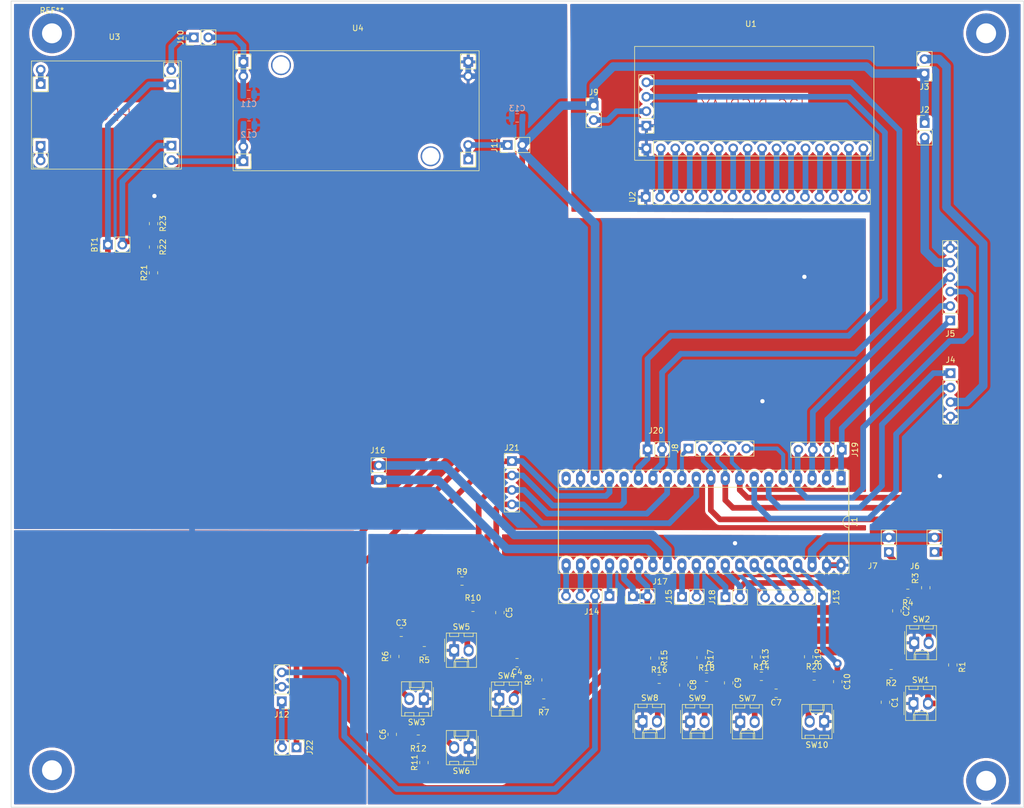
<source format=kicad_pcb>
(kicad_pcb (version 20211014) (generator pcbnew)
  (layers (0 "F.Cu" signal) (31 "B.Cu" signal) (34 "B.Paste" user) (35 "F.Paste" user) (36 "B.SilkS" user "B.Silkscreen") (37 "F.SilkS" user "F.Silkscreen") (38 "B.Mask" user) (39 "F.Mask" user) (44 "Edge.Cuts" user))
  (net 0 "")
  (net 1 "/SENSOR_1")
  (net 2 "/SENSOR_2")
  (net 3 "/BT_LEFT")
  (net 4 "/BT_RIGHT")
  (net 5 "/BT_UP")
  (net 6 "/BT_DOWN")
  (net 7 "/BT_STOP")
  (net 8 "/BT_MENU")
  (net 9 "/BT_OK")
  (net 10 "/BT_RST")
  (net 11 "/CS")
  (net 12 "/SCK")
  (net 13 "/MISO")
  (net 14 "/MOSI")
  (net 15 "/RX")
  (net 16 "/TX")
  (net 17 "/SCL")
  (net 18 "/SDA")
  (net 19 "5V")
  (net 20 "GNDA")
  (net 21 "3V3")
  (net 22 "/RELE")
  (net 23 "Net-(J3-Pad2)")
  (net 24 "Net-(J6-Pad1)")
  (net 25 "Net-(J7-Pad1)")
  (net 26 "Net-(R1-Pad2)")
  (net 27 "Net-(R3-Pad2)")
  (net 28 "Net-(R5-Pad2)")
  (net 29 "Net-(R7-Pad2)")
  (net 30 "Net-(R10-Pad1)")
  (net 31 "Net-(R11-Pad2)")
  (net 32 "Net-(R13-Pad2)")
  (net 33 "Net-(R15-Pad2)")
  (net 34 "Net-(R17-Pad2)")
  (net 35 "Net-(R19-Pad2)")
  (net 36 "/User _IO/VDD_DISP")
  (net 37 "/User _IO/VO")
  (net 38 "/User _IO/RS")
  (net 39 "/User _IO/R{slash}~{W}")
  (net 40 "/User _IO/E")
  (net 41 "/User _IO/LED_AN")
  (net 42 "/User _IO/LED_CAT")
  (net 43 "unconnected-(U3-Pad1)")
  (net 44 "unconnected-(U3-Pad2)")
  (net 45 "/PowerManagaement/B+")
  (net 46 "Net-(C11-Pad1)")
  (net 47 "/B-_AD_IN")
  (net 48 "Net-(U3-Pad5)")
  (net 49 "Net-(J11-Pad1)")
  (net 50 "/B+_AD_IN")
  (net 51 "Net-(J2-Pad2)")
  (net 52 "Net-(J9-Pad2)")
  (net 53 "Net-(U1-Pad7)")
  (net 54 "Net-(U1-Pad8)")
  (net 55 "Net-(U1-Pad9)")
  (net 56 "Net-(U1-Pad10)")
  (net 57 "Net-(U1-Pad11)")
  (net 58 "Net-(U1-Pad12)")
  (net 59 "Net-(U1-Pad13)")
  (net 60 "Net-(U1-Pad14)")
  (net 61 "/PowerManagaement/4.2V")
  (net 62 "/PA8")
  (net 63 "/PB4")
  (net 64 "/VBAT")
  (net 65 "/PC13")
  (net 66 "/PC15")
  (net 67 "/PA4")
  (net 68 "/PA5")
  (net 69 "/PB0")
  (net 70 "/PB1")
  (net 71 "/PB10")
  (net 72 "/PB11")
  (net 73 "Net-(J12-Pad1)")
  (footprint "Resistor_SMD:R_0805_2012Metric_Pad1.20x1.40mm_HandSolder" (layer "F.Cu") (at -152.9946 139.4302 90)
    (fp_text reference "R8")
    (fp_text value "10K")
  )
  (footprint "Resistor_SMD:R_0805_2012Metric_Pad1.20x1.40mm_HandSolder" (layer "F.Cu") (at -173.9496 149.8442 180)
    (fp_text reference "R12")
    (fp_text value "10K")
  )
  (footprint "Connector_Molex:Molex_KK-254_AE-6410-02A_1x02_P2.54mm_Vertical" (layer "F.Cu") (at -126.223 146.7708)
    (fp_text reference "SW9")
    (fp_text value "BT_OK")
  )
  (footprint "Connector_Molex:Molex_KK-254_AE-6410-02A_1x02_P2.54mm_Vertical" (layer "F.Cu") (at -87.0204 143.5608)
    (fp_text reference "SW1")
    (fp_text value "SENSOR")
  )
  (footprint "Resistor_SMD:R_0805_2012Metric_Pad1.20x1.40mm_HandSolder" (layer "F.Cu") (at -84.8614 123.2408 -90)
    (fp_text reference "R3")
    (fp_text value "100K")
  )
  (footprint "Connector_PinHeader_2.54mm:PinHeader_1x05_P2.54mm_Vertical" (layer "F.Cu") (at -102.9108 124.9522 -90)
    (fp_text reference "J13")
    (fp_text value "Port_access")
  )
  (footprint "Package_DIP:DIP-40_W15.24mm_Socket_LongPads" (layer "F.Cu") (at -99.7358 104.043 -90)
    (fp_text reference "J1")
    (fp_text value "BLUEPILL")
  )
  (footprint "Resistor_SMD:R_0805_2012Metric_Pad1.20x1.40mm_HandSolder" (layer "F.Cu") (at -178.5216 148.9966 90)
    (fp_text reference "C6")
    (fp_text value "0.1uF")
  )
  (footprint "Connector_Molex:Molex_KK-254_AE-6410-02A_1x02_P2.54mm_Vertical" (layer "F.Cu") (at -159.7256 142.819)
    (fp_text reference "SW4")
    (fp_text value "BT_RIGHT")
  )
  (footprint "Connector_Molex:Molex_KK-254_AE-6410-02A_1x02_P2.54mm_Vertical" (layer "F.Cu") (at -167.6504 134.2392)
    (fp_text reference "SW5")
    (fp_text value "BT_UP")
  )
  (footprint "Connector_PinHeader_2.54mm:PinHeader_1x02_P2.54mm_Vertical" (layer "F.Cu") (at -195.326 151.2824 -90)
    (fp_text reference "J22")
    (fp_text value "Debug")
  )
  (footprint "Resistor_SMD:R_0805_2012Metric_Pad1.20x1.40mm_HandSolder" (layer "F.Cu") (at -80.1116 136.8044 -90)
    (fp_text reference "R1")
    (fp_text value "100K")
  )
  (footprint "Resistor_SMD:R_0805_2012Metric_Pad1.20x1.40mm_HandSolder" (layer "F.Cu") (at -220.4316 67.9292 90)
    (fp_text reference "R21")
    (fp_text value "R em M")
  )
  (footprint "adelson:Módulo_TP4056" (layer "F.Cu") (at -241.2982 30.7132)
    (fp_text reference "U3")
    (fp_text value "TP4056_MODULE")
  )
  (footprint "Resistor_SMD:R_0805_2012Metric_Pad1.20x1.40mm_HandSolder" (layer "F.Cu") (at -176.9364 131.064)
    (fp_text reference "C3")
    (fp_text value "0.1uF")
  )
  (footprint "Resistor_SMD:R_0805_2012Metric_Pad1.20x1.40mm_HandSolder" (layer "F.Cu") (at -159.624 127.6098 -90)
    (fp_text reference "C5")
    (fp_text value "0.1uF")
  )
  (footprint "Connector_PinHeader_2.54mm:PinHeader_1x02_P2.54mm_Vertical" (layer "F.Cu") (at -136.2814 124.749 90)
    (fp_text reference "J17")
    (fp_text value "Port_access")
  )
  (footprint "Resistor_SMD:R_0805_2012Metric_Pad1.20x1.40mm_HandSolder" (layer "F.Cu") (at -166.2684 122.0724)
    (fp_text reference "R9")
    (fp_text value "100K")
  )
  (footprint "Connector_PinHeader_2.54mm:PinHeader_1x03_P2.54mm_Vertical" (layer "F.Cu") (at -197.9168 143.1902 180)
    (fp_text reference "J12")
    (fp_text value "RELE")
  )
  (footprint "Connector_PinHeader_2.54mm:PinHeader_1x02_P2.54mm_Vertical" (layer "F.Cu") (at -133.6956 98.9426 90)
    (fp_text reference "J20")
    (fp_text value "Port_access")
  )
  (footprint "Resistor_SMD:R_0805_2012Metric_Pad1.20x1.40mm_HandSolder" (layer "F.Cu") (at -100.315 139.735 -90)
    (fp_text reference "C10")
    (fp_text value "0.1uF")
  )
  (footprint "Resistor_SMD:R_0805_2012Metric_Pad1.20x1.40mm_HandSolder" (layer "F.Cu") (at -113.7262 138.8006)
    (fp_text reference "R14")
    (fp_text value "10K")
  )
  (footprint "Connector_Molex:Molex_KK-254_AE-6410-02A_1x02_P2.54mm_Vertical" (layer "F.Cu") (at -117.4346 146.7962)
    (fp_text reference "SW7")
    (fp_text value "BT_STOP")
  )
  (footprint "Resistor_SMD:R_0805_2012Metric_Pad1.20x1.40mm_HandSolder" (layer "F.Cu") (at -88.011 124.2314 180)
    (fp_text reference "R4")
    (fp_text value "10K")
  )
  (footprint "Resistor_SMD:R_0805_2012Metric_Pad1.20x1.40mm_HandSolder" (layer "F.Cu") (at -111.1354 141.767 180)
    (fp_text reference "C7")
    (fp_text value "0.1uF")
  )
  (footprint "Resistor_SMD:R_0805_2012Metric_Pad1.20x1.40mm_HandSolder" (layer "F.Cu") (at -172.8978 134.2992 180)
    (fp_text reference "R5")
    (fp_text value "100K")
  )
  (footprint "Connector_PinHeader_2.54mm:PinHeader_1x02_P2.54mm_Vertical" (layer "F.Cu") (at -127.6454 124.8506 90)
    (fp_text reference "J15")
    (fp_text value "Port_access")
  )
  (footprint "Resistor_SMD:R_0805_2012Metric_Pad1.20x1.40mm_HandSolder" (layer "F.Cu") (at -104.4552 138.7444)
    (fp_text reference "R20")
    (fp_text value "10K")
  )
  (footprint "Connector_PinHeader_2.54mm:PinHeader_1x04_P2.54mm_Vertical" (layer "F.Cu") (at -80.518 85.5472)
    (fp_text reference "J4")
    (fp_text value "BLUETOOTH")
  )
  (footprint "Resistor_SMD:R_0805_2012Metric_Pad1.20x1.40mm_HandSolder" (layer "F.Cu") (at -90.932 138.3284 180)
    (fp_text reference "R2")
    (fp_text value "10K")
  )
  (footprint "Resistor_SMD:R_0805_2012Metric_Pad1.20x1.40mm_HandSolder" (layer "F.Cu") (at -131.6586 139.3086)
    (fp_text reference "R16")
    (fp_text value "10K")
  )
  (footprint "Resistor_SMD:R_0805_2012Metric_Pad1.20x1.40mm_HandSolder" (layer "F.Cu") (at -123.3528 138.9624)
    (fp_text reference "R18")
    (fp_text value "10K")
  )
  (footprint "Connector_Molex:Molex_KK-254_AE-6410-02A_1x02_P2.54mm_Vertical" (layer "F.Cu") (at -102.7026 146.7254 180)
    (fp_text reference "SW10")
    (fp_text value "BT_RST")
  )
  (footprint "Connector_PinHeader_2.54mm:PinHeader_1x05_P2.54mm_Vertical" (layer "F.Cu") (at -126.5278 98.7902 90)
    (fp_text reference "J8")
    (fp_text value "Port_access")
  )
  (footprint "Connector_PinHeader_2.54mm:PinHeader_1x04_P2.54mm_Vertical" (layer "F.Cu") (at -99.6138 98.9934 -90)
    (fp_text reference "J19")
    (fp_text value "Port_access")
  )
  (footprint "" (layer "F.Cu") (at -239.8014 155.2956)
    (fp_text reference "")
    (fp_text value "")
  )
  (footprint "adelson:Modulo_DC-DC_Boost_XL6009" (layer "F.Cu") (at -206.4466 28.9115)
    (fp_text reference "U4")
    (fp_text value "Modulo_DC-DC_Boost_XL6009")
  )
  (footprint "Resistor_SMD:R_0805_2012Metric_Pad1.20x1.40mm_HandSolder" (layer "F.Cu") (at -220.4212 63.3984 -90)
    (fp_text reference "R22")
    (fp_text value "R em M")
  )
  (footprint "Connector_Molex:Molex_KK-254_AE-6410-02A_1x02_P2.54mm_Vertical" (layer "F.Cu") (at -86.8934 132.9128)
    (fp_text reference "SW2")
    (fp_text value "SENSOR")
  )
  (footprint "Connector_PinHeader_2.54mm:PinHeader_1x02_P2.54mm_Vertical" (layer "F.Cu") (at -213.36 26.5734 90)
    (fp_text reference "J10")
    (fp_text value "Debug")
  )
  (footprint "Resistor_SMD:R_0805_2012Metric_Pad1.20x1.40mm_HandSolder" (layer "F.Cu") (at -132.4206 135.6002 -90)
    (fp_text reference "R15")
    (fp_text value "100K")
  )
  (footprint "Resistor_SMD:R_0805_2012Metric_Pad1.20x1.40mm_HandSolder" (layer "F.Cu") (at -151.9278 143.4942 180)
    (fp_text reference "R7")
    (fp_text value "100K")
  )
  (footprint "Resistor_SMD:R_0805_2012Metric_Pad1.20x1.40mm_HandSolder" (layer "F.Cu") (at -124.2926 135.5186 -90)
    (fp_text reference "R17")
    (fp_text value "100K")
  )
  (footprint "Resistor_SMD:R_0805_2012Metric_Pad1.20x1.40mm_HandSolder" (layer "F.Cu") (at -114.6406 135.397 -90)
    (fp_text reference "R13")
    (fp_text value "100K")
  )
  (footprint "Resistor_SMD:R_0805_2012Metric_Pad1.20x1.40mm_HandSolder" (layer "F.Cu") (at -89.9414 127.3048 -90)
    (fp_text reference "C2")
    (fp_text value "0.1uF")
  )
  (footprint "Connector_PinHeader_2.54mm:PinHeader_1x02_P2.54mm_Vertical" (layer "F.Cu") (at -120.0304 124.9014 90)
    (fp_text reference "J18")
    (fp_text value "Port_access")
  )
  (footprint "Resistor_SMD:R_0805_2012Metric_Pad1.20x1.40mm_HandSolder" (layer "F.Cu") (at -156.6164 136.398 180)
    (fp_text reference "C4")
    (fp_text value "0.1uF")
  )
  (footprint "Resistor_SMD:R_0805_2012Metric_Pad1.20x1.40mm_HandSolder" (layer "F.Cu") (at -105.4204 135.3662 -90)
    (fp_text reference "R19")
    (fp_text value "100K")
  )
  (footprint "Connector_PinHeader_2.54mm:PinHeader_1x02_P2.54mm_Vertical" (layer "F.Cu") (at -180.8988 104.2974 180)
    (fp_text reference "J16")
    (fp_text value "Port_access")
  )
  (footprint "adelson:Módulo I2C - PCF8574" (layer "F.Cu") (at -135.9761 28.1627)
    (fp_text reference "U1")
    (fp_text value "LCD-PCF8574")
  )
  (footprint "Connector_Molex:Molex_KK-254_AE-6410-02A_1x02_P2.54mm_Vertical" (layer "F.Cu") (at -172.974 142.748 180)
    (fp_text reference "SW3")
    (fp_text value "BT_LEFT")
  )
  (footprint "" (layer "F.Cu") (at -72.7456 157.1498)
    (fp_text reference "")
    (fp_text value "")
  )
  (footprint "Connector_PinHeader_2.54mm:PinHeader_1x02_P2.54mm_Vertical" (layer "F.Cu") (at -143.1544 38.5522)
    (fp_text reference "J9")
    (fp_text value "Debug")
  )
  (footprint "Resistor_SMD:R_0805_2012Metric_Pad1.20x1.40mm_HandSolder" (layer "F.Cu") (at -220.4212 59.2836 -90)
    (fp_text reference "R23")
    (fp_text value "R0")
  )
  (footprint "Connector_PinHeader_2.54mm:PinHeader_1x02_P2.54mm_Vertical" (layer "F.Cu") (at -83.312 116.9562 180)
    (fp_text reference "J6")
    (fp_text value "Debug")
  )
  (footprint "Resistor_SMD:R_0805_2012Metric_Pad1.20x1.40mm_HandSolder" (layer "F.Cu") (at -127.3406 140.3246 -90)
    (fp_text reference "C8")
    (fp_text value "0.1uF")
  )
  (footprint "Connector_PinHeader_2.54mm:PinHeader_1x06_P2.54mm_Vertical" (layer "F.Cu") (at -80.5688 76.3016 180)
    (fp_text reference "J5")
    (fp_text value "MODULO SD")
  )
  (footprint "Resistor_SMD:R_0805_2012Metric_Pad1.20x1.40mm_HandSolder" (layer "F.Cu") (at -119.4666 139.953 -90)
    (fp_text reference "C9")
    (fp_text value "0.1uF")
  )
  (footprint "Connector_Molex:Molex_KK-254_AE-6410-02A_1x02_P2.54mm_Vertical" (layer "F.Cu") (at -165.1104 151.308 180)
    (fp_text reference "SW6")
    (fp_text value "BT_DOWN")
  )
  (footprint "Connector_PinHeader_2.54mm:PinHeader_1x04_P2.54mm_Vertical" (layer "F.Cu") (at -140.3962 124.6982 -90)
    (fp_text reference "J14")
    (fp_text value "Port_access")
  )
  (footprint "Resistor_SMD:R_0805_2012Metric_Pad1.20x1.40mm_HandSolder" (layer "F.Cu") (at -164.3484 126.67)
    (fp_text reference "R10")
    (fp_text value "10K")
  )
  (footprint "" (layer "F.Cu") (at -74.2696 25.4762)
    (fp_text reference "")
    (fp_text value "")
  )
  (footprint "Connector_PinHeader_2.54mm:PinHeader_1x02_P2.54mm_Vertical" (layer "F.Cu") (at -158.242 45.471 90)
    (fp_text reference "J11")
    (fp_text value "Debug")
  )
  (footprint "Connector_PinHeader_2.54mm:PinHeader_1x02_P2.54mm_Vertical" (layer "F.Cu") (at -85.09 32.9234 180)
    (fp_text reference "J3")
    (fp_text value "Debug")
  )
  (footprint "Resistor_SMD:R_0805_2012Metric_Pad1.20x1.40mm_HandSolder" (layer "F.Cu") (at -178.0794 135.3152 90)
    (fp_text reference "R6")
    (fp_text value "10K")
  )
  (footprint "Connector_PinHeader_2.54mm:PinHeader_1x02_P2.54mm_Vertical" (layer "F.Cu") (at -228.4376 62.9762 90)
    (fp_text reference "BT1")
    (fp_text value "4.2V")
  )
  (footprint "Resistor_SMD:R_0805_2012Metric_Pad1.20x1.40mm_HandSolder" (layer "F.Cu") (at -91.948 143.3576 -90)
    (fp_text reference "C1")
    (fp_text value "0.1uF")
  )
  (footprint "Connector_PinHeader_2.54mm:PinHeader_1x04_P2.54mm_Vertical" (layer "F.Cu") (at -157.5158 100.9846)
    (fp_text reference "J21")
    (fp_text value "Port_access")
  )
  (footprint "Resistor_SMD:R_0805_2012Metric_Pad1.20x1.40mm_HandSolder" (layer "F.Cu") (at -172.959 153.959 90)
    (fp_text reference "R11")
    (fp_text value "100K")
  )
  (footprint "MountingHole:MountingHole_3mm_Pad" (layer "F.Cu") (at -238.252 25.8572)
    (fp_text reference "REF**")
    (fp_text value "MountingHole_3mm_Pad")
  )
  (footprint "Connector_Molex:Molex_KK-254_AE-6410-02A_1x02_P2.54mm_Vertical" (layer "F.Cu") (at -134.5796 146.72)
    (fp_text reference "SW8")
    (fp_text value "BT_MENU")
  )
  (footprint "Connector_PinHeader_2.54mm:PinHeader_1x02_P2.54mm_Vertical" (layer "F.Cu") (at -85.0496 41.6098)
    (fp_text reference "J2")
    (fp_text value "Debug")
  )
  (footprint "Connector_PinHeader_2.54mm:PinHeader_1x02_P2.54mm_Vertical" (layer "F.Cu") (at -91.3434 116.9712 180)
    (fp_text reference "J7")
    (fp_text value "Debug")
  )
  (footprint "Connector_PinHeader_2.54mm:PinHeader_1x16_P2.54mm_Vertical" (layer "F.Cu") (at -134.0166 54.601 90)
    (fp_text reference "U2")
    (fp_text value "LCD-5LC02")
  )
  (footprint "Capacitor_SMD:C_0805_2012Metric" (layer "B.Cu") (at -203.7284 36.5968)
    (fp_text reference "C11")
    (fp_text value "1uF")
  )
  (footprint "Capacitor_SMD:C_0805_2012Metric" (layer "B.Cu") (at -203.6776 41.9816)
    (fp_text reference "C12")
    (fp_text value "R0")
  )
  (footprint "Capacitor_SMD:C_0805_2012Metric" (layer "B.Cu") (at -156.586 40.7212 180)
    (fp_text reference "C13")
    (fp_text value "1uF")
  )
  (gr_rect (start -245.4256 20.193) (end -67.7164 161.798) (layer "Edge.Cuts") (width 0.1) (fill none))
  (gr_text "I2C_DISPLAY" (at -115.231825 38.543616) (layer "F.Cu") (effects (font (size 2 2)) (justify mirror)))
  (gr_text "BATERIA LiPO" (at -227.9826 97.7576 90) (layer "F.Cu") (effects (font (size 2 2)) (justify mirror)))
  (gr_text "Modulo Relê" (at -221.8544 140.6906) (layer "F.Cu") (effects (font (size 2 2)) (justify mirror)))
  (gr_text "PLACA DE PROTOTIPAGEM\nCEFISE\nFEVEREIRO/2023\n\nDesenv.:\nAdelson Duarte dos Santos" (at -174.9044 74.4728) (layer "F.Cu") (effects (font (size 1.5 1.5) (thickness 0.3)) (justify mirror)))
  (gr_text "Modulo DisplayLCD" (at -118.9482 61.5696) (layer "F.Cu") (effects (font (size 2 2)) (justify mirror)))
  (gr_text "BOOST " (at -185.7502 39.4716) (layer "F.Cu") (effects (font (size 2 2)) (justify mirror)))
  (gr_text "CARREGADOR" (at -228.1936 40.2082) (layer "F.Cu") (effects (font (size 2 2)) (justify mirror)))
  (segment (start -97.8058 129.0162) (end -131.4046 129.0162) (width 1) (layer "F.Cu") (net 1))
  (segment (start -133.7414 126.6794) (end -133.7414 124.749) (width 1) (layer "F.Cu") (net 1))
  (segment (start -91.948 142.3576) (end -91.948 138.3444) (width 1) (layer "F.Cu") (net 1))
  (segment (start -91.932 134.89) (end -97.8058 129.0162) (width 1) (layer "F.Cu") (net 1))
  (segment (start -131.4046 129.0162) (end -133.7414 126.6794) (width 1) (layer "F.Cu") (net 1))
  (segment (start -91.932 138.3284) (end -91.932 134.89) (width 1) (layer "F.Cu") (net 1))
  (segment (start -91.948 138.3444) (end -91.932 138.3284) (width 1) (layer "F.Cu") (net 1))
  (segment (start -135.2958 119.283) (end -135.2958 121.4674) (width 1) (layer "B.Cu") (net 1))
  (segment (start -133.7414 124.749) (end -136.2814 124.749) (width 1) (layer "B.Cu") (net 1))
  (segment (start -133.7414 123.0218) (end -133.7414 124.749) (width 1) (layer "B.Cu") (net 1))
  (segment (start -136.2814 123.2758) (end -136.2814 124.749) (width 1) (layer "B.Cu") (net 1))
  (segment (start -137.8358 121.7214) (end -136.2814 123.2758) (width 1) (layer "B.Cu") (net 1))
  (segment (start -135.2958 121.4674) (end -133.7414 123.0218) (width 1) (layer "B.Cu") (net 1))
  (segment (start -137.8358 119.283) (end -137.8358 121.7214) (width 1) (layer "B.Cu") (net 1))
  (segment (start -89.011 124.2314) (end -90.8302 122.4122) (width 1) (layer "F.Cu") (net 2))
  (segment (start -89.9254 125.1458) (end -89.011 124.2314) (width 1) (layer "F.Cu") (net 2))
  (segment (start -89.9414 126.3048) (end -89.9414 125.1458) (width 1) (layer "F.Cu") (net 2))
  (segment (start -116.6726 122.4122) (end -117.4904 123.23) (width 1) (layer "F.Cu") (net 2))
  (segment (start -117.4904 123.23) (end -117.4904 124.9014) (width 1) (layer "F.Cu") (net 2))
  (segment (start -90.8302 122.4122) (end -116.6726 122.4122) (width 1) (layer "F.Cu") (net 2))
  (segment (start -89.9414 125.1458) (end -89.9254 125.1458) (width 1) (layer "F.Cu") (net 2))
  (segment (start -120.0254 123.0726) (end -120.0254 124.8964) (width 1) (layer "B.Cu") (net 2))
  (segment (start -122.5958 120.5022) (end -120.0254 123.0726) (width 1) (layer "B.Cu") (net 2))
  (segment (start -117.4854 122.971) (end -117.4854 125.0538) (width 1) (layer "B.Cu") (net 2))
  (segment (start -120.0558 119.283) (end -120.0558 120.4006) (width 1) (layer "B.Cu") (net 2))
  (segment (start -120.0558 120.4006) (end -117.4854 122.971) (width 1) (layer "B.Cu") (net 2))
  (segment (start -122.5958 119.283) (end -122.5958 120.5022) (width 1) (layer "B.Cu") (net 2))
  (segment (start -120.0254 124.8964) (end -120.0304 124.9014) (width 1) (layer "B.Cu") (net 2))
  (segment (start -178.0192 134.3152) (end -178.0192 131.1468) (width 1) (layer "F.Cu") (net 3))
  (segment (start -163.7488 103.5754) (end -157.5666 103.5754) (width 1) (layer "F.Cu") (net 3))
  (segment (start -176.88 130.861) (end -176.88 116.7066) (width 1) (layer "F.Cu") (net 3))
  (segment (start -176.88 116.7066) (end -163.7488 103.5754) (width 1) (layer "F.Cu") (net 3))
  (segment (start -178.0192 131.1468) (end -177.9364 131.064) (width 1) (layer "F.Cu") (net 3))
  (segment (start -157.5666 103.5754) (end -157.5158 103.5246) (width 1) (layer "F.Cu") (net 3))
  (segment (start -138.415 108.7978) (end -137.8358 108.2186) (width 1) (layer "B.Cu") (net 3))
  (segment (start -155.6262 103.5246) (end -150.353 108.7978) (width 1) (layer "B.Cu") (net 3))
  (segment (start -157.5158 103.5246) (end -155.6262 103.5246) (width 1) (layer "B.Cu") (net 3))
  (segment (start -150.353 108.7978) (end -138.415 108.7978) (width 1) (layer "B.Cu") (net 3))
  (segment (start -137.8054 104.0126) (end -137.8358 104.043) (width 1) (layer "B.Cu") (net 3))
  (segment (start -137.8358 108.2186) (end -137.8358 104.043) (width 1) (layer "B.Cu") (net 3))
  (segment (start -159.5578 108.6046) (end -157.5158 108.6046) (width 1) (layer "F.Cu") (net 4))
  (segment (start -155.0268 136.398) (end -152.9946 138.4302) (width 1) (layer "F.Cu") (net 4))
  (segment (start -155.6164 136.398) (end -155.0268 136.398) (width 1) (layer "F.Cu") (net 4))
  (segment (start -160.259 122.0566) (end -160.259 109.3058) (width 1) (layer "F.Cu") (net 4))
  (segment (start -160.259 109.3058) (end -159.5578 108.6046) (width 1) (layer "F.Cu") (net 4))
  (segment (start -152.9946 138.4302) (end -152.9946 129.321) (width 1) (layer "F.Cu") (net 4))
  (segment (start -152.9598 138.465) (end -152.9946 138.4302) (width 1) (layer "F.Cu") (net 4))
  (segment (start -152.9946 129.321) (end -160.259 122.0566) (width 1) (layer "F.Cu") (net 4))
  (segment (start -125.1358 104.043) (end -125.1358 103.6974) (width 1) (layer "B.Cu") (net 4))
  (segment (start -152.2326 111.8966) (end -129.8806 111.8966) (width 1) (layer "B.Cu") (net 4))
  (segment (start -125.1358 107.1518) (end -125.1358 104.043) (width 1) (layer "B.Cu") (net 4))
  (segment (start -157.5158 108.6046) (end -155.5246 108.6046) (width 1) (layer "B.Cu") (net 4))
  (segment (start -129.8806 111.8966) (end -125.1358 107.1518) (width 1) (layer "B.Cu") (net 4))
  (segment (start -155.5246 108.6046) (end -152.2326 111.8966) (width 1) (layer "B.Cu") (net 4))
  (segment (start -163.3484 126.67) (end -163.3484 108.2296) (width 1) (layer "F.Cu") (net 5))
  (segment (start -161.1834 106.0646) (end -157.5158 106.0646) (width 1) (layer "F.Cu") (net 5))
  (segment (start -159.6842 126.67) (end -159.624 126.6098) (width 1) (layer "F.Cu") (net 5))
  (segment (start -163.3484 126.67) (end -159.6842 126.67) (width 1) (layer "F.Cu") (net 5))
  (segment (start -130.2616 104.0888) (end -130.2158 104.043) (width 1) (layer "F.Cu") (net 5))
  (segment (start -159.624 126.6098) (end -159.5986 126.5844) (width 1) (layer "F.Cu") (net 5))
  (segment (start -163.3484 108.2296) (end -161.1834 106.0646) (width 1) (layer "F.Cu") (net 5))
  (segment (start -130.2616 106.6642) (end -130.2616 104.0888) (width 1) (layer "B.Cu") (net 5))
  (segment (start -133.8176 110.2202) (end -130.2616 106.6642) (width 1) (layer "B.Cu") (net 5))
  (segment (start -155.423 106.0646) (end -151.2674 110.2202) (width 1) (layer "B.Cu") (net 5))
  (segment (start -157.5158 106.0646) (end -155.423 106.0646) (width 1) (layer "B.Cu") (net 5))
  (segment (start -151.2674 110.2202) (end -133.8176 110.2202) (width 1) (layer "B.Cu") (net 5))
  (segment (start -186.0146 121.3962) (end -165.6538 101.0354) (width 1) (layer "F.Cu") (net 6))
  (segment (start -182.4078 149.9966) (end -186.0146 146.3898) (width 1) (layer "F.Cu") (net 6))
  (segment (start -174.9496 149.8442) (end -178.3692 149.8442) (width 1) (layer "F.Cu") (net 6))
  (segment (start -178.5216 149.9966) (end -182.4078 149.9966) (width 1) (layer "F.Cu") (net 6))
  (segment (start -178.3692 149.8442) (end -178.5216 149.9966) (width 1) (layer "F.Cu") (net 6))
  (segment (start -157.5666 101.0354) (end -157.5158 100.9846) (width 1) (layer "F.Cu") (net 6))
  (segment (start -165.6538 101.0354) (end -157.5666 101.0354) (width 1) (layer "F.Cu") (net 6))
  (segment (start -186.0146 146.3898) (end -186.0146 121.3962) (width 1) (layer "F.Cu") (net 6))
  (segment (start -140.3454 104.0126) (end -140.3758 104.043) (width 1) (layer "B.Cu") (net 6))
  (segment (start -149.6418 107.1214) (end -141.0058 107.1214) (width 1) (layer "B.Cu") (net 6))
  (segment (start -157.5158 100.9846) (end -155.7786 100.9846) (width 1) (layer "B.Cu") (net 6))
  (segment (start -140.3758 106.4914) (end -140.3758 104.043) (width 1) (layer "B.Cu") (net 6))
  (segment (start -155.7786 100.9846) (end -149.6418 107.1214) (width 1) (layer "B.Cu") (net 6))
  (segment (start -141.0058 107.1214) (end -140.3758 106.4914) (width 1) (layer "B.Cu") (net 6))
  (segment (start -80.2798 111.2362) (end -74.6252 116.8908) (width 1) (layer "F.Cu") (net 7))
  (segment (start -111.003 138.8006) (end -110.1354 139.6682) (width 1) (layer "F.Cu") (net 7))
  (segment (start -110.1354 149.879) (end -110.1354 141.767) (width 1) (layer "F.Cu") (net 7))
  (segment (start -120.9906 111.2362) (end -80.2798 111.2362) (width 1) (layer "F.Cu") (net 7))
  (segment (start -110.1354 139.6682) (end -110.1354 141.767) (width 1) (layer "F.Cu") (net 7))
  (segment (start -81.5436 151.2412) (end -108.7732 151.2412) (width 1) (layer "F.Cu") (net 7))
  (segment (start -108.7732 151.2412) (end -110.1354 149.879) (width 1) (layer "F.Cu") (net 7))
  (segment (start -122.5958 109.631) (end -120.9906 111.2362) (width 1) (layer "F.Cu") (net 7))
  (segment (start -74.6252 116.8908) (end -74.6252 144.3228) (width 1) (layer "F.Cu") (net 7))
  (segment (start -122.5958 104.043) (end -122.5958 109.631) (width 1) (layer "F.Cu") (net 7))
  (segment (start -74.6252 144.3228) (end -81.5436 151.2412) (width 1) (layer "F.Cu") (net 7))
  (segment (start -112.7262 138.8006) (end -111.003 138.8006) (width 1) (layer "F.Cu") (net 7))
  (segment (start -122.5958 102.3158) (end -123.9878 100.9238) (width 0.7) (layer "B.Cu") (net 7))
  (segment (start -122.5958 104.043) (end -122.5958 102.3158) (width 0.7) (layer "B.Cu") (net 7))
  (segment (start -123.9878 100.9238) (end -123.9878 98.7902) (width 0.7) (layer "B.Cu") (net 7))
  (segment (start -69.7484 145.0848) (end -69.7484 116.078) (width 1) (layer "F.Cu") (net 8))
  (segment (start -129.1186 152.1302) (end -126.3246 154.9242) (width 1) (layer "F.Cu") (net 8))
  (segment (start -130.6586 139.3086) (end -127.3566 139.3086) (width 1) (layer "F.Cu") (net 8))
  (segment (start -130.6586 142.7162) (end -129.1186 144.2562) (width 1) (layer "F.Cu") (net 8))
  (segment (start -129.1186 144.2562) (end -129.1186 152.1302) (width 1) (layer "F.Cu") (net 8))
  (segment (start -116.1646 107.4262) (end -117.5158 106.075) (width 1) (layer "F.Cu") (net 8))
  (segment (start -126.3246 154.9242) (end -79.5878 154.9242) (width 1) (layer "F.Cu") (net 8))
  (segment (start -117.5158 106.075) (end -117.5158 104.043) (width 1) (layer "F.Cu") (net 8))
  (segment (start -69.7484 116.078) (end -78.4002 107.4262) (width 1) (layer "F.Cu") (net 8))
  (segment (start -79.5878 154.9242) (end -69.7484 145.0848) (width 1) (layer "F.Cu") (net 8))
  (segment (start -127.3566 139.3086) (end -127.3406 139.3246) (width 1) (layer "F.Cu") (net 8))
  (segment (start -130.6586 139.3086) (end -130.6586 142.7162) (width 1) (layer "F.Cu") (net 8))
  (segment (start -78.4002 107.4262) (end -116.1646 107.4262) (width 1) (layer "F.Cu") (net 8))
  (segment (start -117.5158 102.6206) (end -118.9078 101.2286) (width 0.7) (layer "B.Cu") (net 8))
  (segment (start -117.5158 104.043) (end -117.5158 102.6206) (width 0.7) (layer "B.Cu") (net 8))
  (segment (start -118.9078 101.2286) (end -118.9078 98.7902) (width 0.7) (layer "B.Cu") (net 8))
  (segment (start -120.0558 107.853) (end -120.0558 104.043) (width 1) (layer "F.Cu") (net 9))
  (segment (start -72.5424 144.9324) (end -72.5424 116.1796) (width 1) (layer "F.Cu") (net 9))
  (segment (start -118.7046 109.2042) (end -120.0558 107.853) (width 1) (layer "F.Cu") (net 9))
  (segment (start -121.2446 151.6222) (end -119.7206 153.1462) (width 1) (layer "F.Cu") (net 9))
  (segment (start -72.5424 116.1796) (end -79.5178 109.2042) (width 1) (layer "F.Cu") (net 9))
  (segment (start -80.7562 153.1462) (end -72.5424 144.9324) (width 1) (layer "F.Cu") (net 9))
  (segment (start -122.3528 141.624) (end -121.2446 142.7322) (width 1) (layer "F.Cu") (net 9))
  (segment (start -122.3528 138.9624) (end -122.3528 141.624) (width 1) (layer "F.Cu") (net 9))
  (segment (start -119.7206 153.1462) (end -80.7562 153.1462) (width 1) (layer "F.Cu") (net 9))
  (segment (start -122.3528 138.9624) (end -119.476 138.9624) (width 1) (layer "F.Cu") (net 9))
  (segment (start -119.476 138.9624) (end -119.4666 138.953) (width 1) (layer "F.Cu") (net 9))
  (segment (start -79.5178 109.2042) (end -118.7046 109.2042) (width 1) (layer "F.Cu") (net 9))
  (segment (start -121.2446 142.7322) (end -121.2446 151.6222) (width 1) (layer "F.Cu") (net 9))
  (segment (start -120.0558 102.3158) (end -121.4478 100.9238) (width 0.7) (layer "B.Cu") (net 9))
  (segment (start -121.4478 100.9238) (end -121.4478 98.7902) (width 0.7) (layer "B.Cu") (net 9))
  (segment (start -120.0558 104.043) (end -120.0558 102.3158) (width 0.7) (layer "B.Cu") (net 9))
  (segment (start -100.3808 136.5504) (end -100.3808 138.6692) (width 1) (layer "F.Cu") (net 10))
  (segment (start -100.3808 138.6692) (end -100.315 138.735) (width 1) (layer "F.Cu") (net 10))
  (segment (start -100.3244 138.7444) (end -100.315 138.735) (width 1) (layer "F.Cu") (net 10))
  (segment (start -103.4552 138.7444) (end -100.3244 138.7444) (width 1) (layer "F.Cu") (net 10))
  (via (at -100.3808 136.5504) (size 1.5) (drill 0.75) (layers "F.Cu" "B.Cu") (net 10))
  (segment (start -102.9108 134.0204) (end -102.9108 124.9522) (width 1) (layer "B.Cu") (net 10))
  (segment (start -102.9108 124.9522) (end -102.9108 123.982) (width 0.7) (layer "B.Cu") (net 10))
  (segment (start -102.9108 123.982) (end -107.3558 119.537) (width 0.7) (layer "B.Cu") (net 10))
  (segment (start -100.3808 136.5504) (end -102.9108 134.0204) (width 1) (layer "B.Cu") (net 10))
  (segment (start -107.3558 119.537) (end -107.3558 119.283) (width 1) (layer "B.Cu") (net 10))
  (segment (start -107.2746 119.3642) (end -107.3558 119.283) (width 1) (layer "B.Cu") (net 10))
  (segment (start -80.6704 76.3016) (end -80.5688 76.3016) (width 1) (layer "B.Cu") (net 11))
  (segment (start -99.6138 95.245) (end -80.6704 76.3016) (width 1) (layer "B.Cu") (net 11))
  (segment (start -99.7358 104.043) (end -99.7358 99.1154) (width 1) (layer "B.Cu") (net 11))
  (segment (start -99.6138 98.9934) (end -99.6138 95.245) (width 1) (layer "B.Cu") (net 11))
  (segment (start -99.7358 99.1154) (end -99.6138 98.9934) (width 1) (layer "B.Cu") (net 11))
  (segment (start -102.1538 98.9934) (end -102.1538 93.6702) (width 1) (layer "B.Cu") (net 12))
  (segment (start -102.1538 93.6702) (end -82.2452 73.7616) (width 1) (layer "B.Cu") (net 12))
  (segment (start -82.2452 73.7616) (end -80.5688 73.7616) (width 1) (layer "B.Cu") (net 12))
  (segment (start -102.1538 103.921) (end -102.2758 104.043) (width 1) (layer "B.Cu") (net 12))
  (segment (start -102.1538 98.9934) (end -102.1538 103.921) (width 1) (layer "B.Cu") (net 12))
  (segment (start -104.6938 92.3494) (end -81.026 68.6816) (width 1) (layer "B.Cu") (net 13))
  (segment (start -81.026 68.6816) (end -80.5688 68.6816) (width 1) (layer "B.Cu") (net 13))
  (segment (start -104.8158 99.1154) (end -104.6938 98.9934) (width 1) (layer "B.Cu") (net 13))
  (segment (start -104.6938 98.9934) (end -104.6938 92.3494) (width 1) (layer "B.Cu") (net 13))
  (segment (start -104.8158 104.043) (end -104.8158 99.1154) (width 1) (layer "B.Cu") (net 13))
  (segment (start -97.6218 107.4262) (end -95.8596 105.664) (width 1) (layer "B.Cu") (net 14))
  (segment (start -95.8596 105.664) (end -95.8596 95.0976) (width 1) (layer "B.Cu") (net 14))
  (segment (start -76.962 72.0344) (end -77.7748 71.2216) (width 1) (layer "B.Cu") (net 14))
  (segment (start -105.776 107.4262) (end -97.6218 107.4262) (width 1) (layer "B.Cu") (net 14))
  (segment (start -76.962 78.5368) (end -76.962 72.0344) (width 1) (layer "B.Cu") (net 14))
  (segment (start -77.7748 71.2216) (end -80.5688 71.2216) (width 1) (layer "B.Cu") (net 14))
  (segment (start -80.6704 79.9084) (end -78.3336 79.9084) (width 1) (layer "B.Cu") (net 14))
  (segment (start -107.3558 104.043) (end -107.3558 105.8464) (width 1) (layer "B.Cu") (net 14))
  (segment (start -78.3336 79.9084) (end -76.962 78.5368) (width 1) (layer "B.Cu") (net 14))
  (segment (start -107.3558 99.1154) (end -107.2338 98.9934) (width 1) (layer "B.Cu") (net 14))
  (segment (start -107.3558 104.043) (end -107.3558 99.1154) (width 1) (layer "B.Cu") (net 14))
  (segment (start -95.8596 95.0976) (end -80.6704 79.9084) (width 1) (layer "B.Cu") (net 14))
  (segment (start -107.3558 105.8464) (end -105.776 107.4262) (width 1) (layer "B.Cu") (net 14))
  (segment (start -112.4358 104.043) (end -112.4358 107.2434) (width 1) (layer "B.Cu") (net 15))
  (segment (start -112.4358 107.2434) (end -110.5258 109.1534) (width 1) (layer "B.Cu") (net 15))
  (segment (start -83.5152 85.5472) (end -80.518 85.5472) (width 1) (layer "B.Cu") (net 15))
  (segment (start -110.5258 109.1534) (end -96.4026 109.1534) (width 1) (layer "B.Cu") (net 15))
  (segment (start -96.4026 109.1534) (end -92.5576 105.3084) (width 1) (layer "B.Cu") (net 15))
  (segment (start -92.5576 105.3084) (end -92.5576 94.5896) (width 1) (layer "B.Cu") (net 15))
  (segment (start -92.5576 94.5896) (end -83.5152 85.5472) (width 1) (layer "B.Cu") (net 15))
  (segment (start -81.8896 88.0872) (end -90.0684 96.266) (width 1) (layer "B.Cu") (net 16))
  (segment (start -90.0684 106.2736) (end -94.8786 111.0838) (width 1) (layer "B.Cu") (net 16))
  (segment (start -90.0684 96.266) (end -90.0684 106.2736) (width 1) (layer "B.Cu") (net 16))
  (segment (start -94.8786 111.0838) (end -112.2276 111.0838) (width 1) (layer "B.Cu") (net 16))
  (segment (start -80.518 88.0872) (end -81.8896 88.0872) (width 1) (layer "B.Cu") (net 16))
  (segment (start -114.9758 108.3356) (end -114.9758 104.043) (width 1) (layer "B.Cu") (net 16))
  (segment (start -112.2276 111.0838) (end -114.9758 108.3356) (width 1) (layer "B.Cu") (net 16))
  (segment (start -127.874 82.1532) (end -131.1556 85.4348) (width 1) (layer "B.Cu") (net 17))
  (segment (start -97.2416 82.1532) (end -127.874 82.1532) (width 1) (layer "B.Cu") (net 17))
  (segment (start -89.4946 74.4062) (end -97.2416 82.1532) (width 1) (layer "B.Cu") (net 17))
  (segment (start -131.1556 85.4348) (end -131.1556 98.9426) (width 1) (layer "B.Cu") (net 17))
  (segment (start -131.1556 101.386) (end -131.1556 98.9426) (width 1) (layer "B.Cu") (net 17))
  (segment (start -97.9429 34.4619) (end -89.4946 42.9102) (width 1) (layer "B.Cu") (net 17))
  (segment (start -132.7558 102.9862) (end -131.1556 101.386) (width 1) (layer "B.Cu") (net 17))
  (segment (start -89.4946 42.9102) (end -89.4946 74.4062) (width 1) (layer "B.Cu") (net 17))
  (segment (start -133.9153 34.4619) (end -97.9429 34.4619) (width 1) (layer "B.Cu") (net 17))
  (segment (start -132.7558 104.043) (end -132.7558 102.9862) (width 1) (layer "B.Cu") (net 17))
  (segment (start -135.2958 102.1734) (end -133.6956 100.5732) (width 1) (layer "B.Cu") (net 18))
  (segment (start -135.2958 104.043) (end -135.2958 102.1734) (width 1) (layer "B.Cu") (net 18))
  (segment (start -133.6956 83.0472) (end -133.6956 98.9426) (width 1) (layer "B.Cu") (net 18))
  (segment (start -92.0346 43.2912) (end -92.0346 72.6282) (width 1) (layer "B.Cu") (net 18))
  (segment (start -133.9153 37.0019) (end -98.3239 37.0019) (width 1) (layer "B.Cu") (net 18))
  (segment (start -133.6956 100.5732) (end -133.6956 98.9426) (width 1) (layer "B.Cu") (net 18))
  (segment (start -92.0346 72.6282) (end -98.3846 78.9782) (width 1) (layer "B.Cu") (net 18))
  (segment (start -98.3846 78.9782) (end -129.6266 78.9782) (width 1) (layer "B.Cu") (net 18))
  (segment (start -98.3239 37.0019) (end -92.0346 43.2912) (width 1) (layer "B.Cu") (net 18))
  (segment (start -129.6266 78.9782) (end -133.6956 83.0472) (width 1) (layer "B.Cu") (net 18))
  (segment (start -195.326 124.9172) (end -155.702 85.2932) (width 1) (layer "F.Cu") (net 19))
  (segment (start -195.326 151.2824) (end -195.326 124.9172) (width 1) (layer "F.Cu") (net 19))
  (segment (start -155.702 85.2932) (end -155.702 45.471) (width 1) (layer "F.Cu") (net 19))
  (segment (start -95.3008 31.6992) (end -94.0766 32.9234) (width 1.5) (layer "B.Cu") (net 19))
  (segment (start -142.9158 104.043) (end -142.9158 59.3644) (width 1.5) (layer "B.Cu") (net 19))
  (segment (start -155.702 46.5782) (end -155.702 45.471) (width 1) (layer "B.Cu") (net 19))
  (segment (start -143.1544 35.1028) (end -139.7508 31.6992) (width 1.5) (layer "B.Cu") (net 19))
  (segment (start -85.09 41.5694) (end -85.0496 41.6098) (width 1) (layer "B.Cu") (net 19))
  (segment (start -155.702 40.7872) (end -155.636 40.7212) (width 1) (layer "B.Cu") (net 19))
  (segment (start -155.702 45.471) (end -155.702 40.7872) (width 1) (layer "B.Cu") (net 19))
  (segment (start -139.7508 31.6992) (end -95.3008 31.6992) (width 1.5) (layer "B.Cu") (net 19))
  (segment (start -148.7832 38.5522) (end -155.702 45.471) (width 1.5) (layer "B.Cu") (net 19))
  (segment (start -143.1544 38.5522) (end -143.1544 35.1028) (width 1.5) (layer "B.Cu") (net 19))
  (segment (start -94.0766 32.9234) (end -85.09 32.9234) (width 1.5) (layer "B.Cu") (net 19))
  (segment (start -85.09 32.9234) (end -85.09 41.5694) (width 1.5) (layer "B.Cu") (net 19))
  (segment (start -142.9158 59.3644) (end -155.702 46.5782) (width 1.5) (layer "B.Cu") (net 19))
  (segment (start -143.1544 38.5522) (end -148.7832 38.5522) (width 1.5) (layer "B.Cu") (net 19))
  (segment (start -165.197 30.8919) (end -165.1766 30.8715) (width 1) (layer "F.Cu") (net 20))
  (segment (start -102.2758 119.283) (end -99.7358 119.283) (width 1) (layer "F.Cu") (net 20))
  (via (at -118.351596 115.422779) (size 1.5) (drill 0.75) (layers "F.Cu" "B.Cu") (net 20))
  (via (at -82.3976 103.632) (size 1.5) (drill 0.75) (layers "F.Cu" "B.Cu") (net 20))
  (via (at -106.172 68.6308) (size 1.5) (drill 0.75) (layers "F.Cu" "B.Cu") (net 20))
  (via (at -113.538 90.4748) (size 1.5) (drill 0.75) (layers "F.Cu" "B.Cu") (net 20))
  (via (at -220.2688 54.4322) (size 1.5) (drill 0.75) (layers "F.Cu" "B.Cu") (net 20))
  (segment (start -157.536 36.7232) (end -157.536 40.7212) (width 1) (layer "B.Cu") (net 20))
  (segment (start -133.9153 46.0731) (end -133.9153 54.4997) (width 1) (layer "B.Cu") (net 20))
  (segment (start -197.9168 140.6502) (end -206.0598 140.6502) (width 1) (layer "B.Cu") (net 20))
  (segment (start -160.8773 33.3819) (end -157.536 36.7232) (width 1) (layer "B.Cu") (net 20))
  (segment (start -165.1766 33.3615) (end -165.197 33.3819) (width 1) (layer "B.Cu") (net 20))
  (segment (start -206.0598 140.6502) (end -213.6648 133.0452) (width 1) (layer "B.Cu") (net 20))
  (segment (start -213.6648 133.0452) (end -213.6648 106.8324) (width 1) (layer "B.Cu") (net 20))
  (segment (start -165.1766 30.8715) (end -165.1766 33.3615) (width 1) (layer "B.Cu") (net 20))
  (segment (start -165.197 33.3819) (end -160.8773 33.3819) (width 1) (layer "B.Cu") (net 20))
  (segment (start -133.9153 54.4997) (end -134.0166 54.601) (width 1) (layer "B.Cu") (net 20))
  (segment (start -170.688 122.0724) (end -171.8978 123.2822) (width 1.5) (layer "F.Cu") (net 21))
  (segment (start -150.9278 143.4942) (end -146.6446 143.4942) (width 1.5) (layer "F.Cu") (net 21))
  (segment (start -77.0128 143.4592) (end -77.0128 118.5672) (width 1.5) (layer "F.Cu") (net 21))
  (segment (start -105.4204 134.3662) (end -96.743 134.3662) (width 1.5) (layer "F.Cu") (net 21))
  (segment (start -171.8978 134.2992) (end -171.8978 136.7322) (width 1.5) (layer "F.Cu") (net 21))
  (segment (start -95.3874 135.7218) (end -95.3874 145.811) (width 1.5) (layer "F.Cu") (net 21))
  (segment (start -146.4414 143.6974) (end -137.3442 134.6002) (width 1.5) (layer "F.Cu") (net 21))
  (segment (start -132.339 134.5186) (end -132.4206 134.6002) (width 1) (layer "F.Cu") (net 21))
  (segment (start -155.687 152.943) (end -159.3954 156.6514) (width 1.5) (layer "F.Cu") (net 21))
  (segment (start -96.743 134.3662) (end -95.3874 135.7218) (width 1.5) (layer "F.Cu") (net 21))
  (segment (start -172.959 156.0418) (end -172.959 154.959) (width 1.5) (layer "F.Cu") (net 21))
  (segment (start -137.3442 134.6002) (end -132.4206 134.6002) (width 1.5) (layer "F.Cu") (net 21))
  (segment (start -114.6406 134.397) (end -105.4512 134.397) (width 1.5) (layer "F.Cu") (net 21))
  (segment (start -171.8978 136.7322) (end -155.687 152.943) (width 1.5) (layer "F.Cu") (net 21))
  (segment (start -167.2684 122.0724) (end -170.688 122.0724) (width 1.5) (layer "F.Cu") (net 21))
  (segment (start -81.1638 114.4162) (end -83.312 114.4162) (width 1.5) (layer "F.Cu") (net 21))
  (segment (start -171.8978 123.2822) (end -171.8978 134.2992) (width 1.5) (layer "F.Cu") (net 21))
  (segment (start -124.2926 134.5186) (end -114.7622 134.5186) (width 1.5) (layer "F.Cu") (net 21))
  (segment (start -95.3874 145.811) (end -91.7448 149.4536) (width 1.5) (layer "F.Cu") (net 21))
  (segment (start -155.687 152.943) (end -146.4414 143.6974) (width 1.5) (layer "F.Cu") (net 21))
  (segment (start -105.4512 134.397) (end -105.4204 134.3662) (width 1) (layer "F.Cu") (net 21))
  (segment (start -124.2926 134.5186) (end -132.339 134.5186) (width 1.5) (layer "F.Cu") (net 21))
  (segment (start -114.7622 134.5186) (end -114.6406 134.397) (width 1) (layer "F.Cu") (net 21))
  (segment (start -159.3954 156.6514) (end -172.3494 156.6514) (width 1.5) (layer "F.Cu") (net 21))
  (segment (start -172.3494 156.6514) (end -172.959 156.0418) (width 1.5) (layer "F.Cu") (net 21))
  (segment (start -77.0128 118.5672) (end -81.1638 114.4162) (width 1.5) (layer "F.Cu") (net 21))
  (segment (start -83.0072 149.4536) (end -77.0128 143.4592) (width 1.5) (layer "F.Cu") (net 21))
  (segment (start -146.6446 143.4942) (end -146.4414 143.6974) (width 1) (layer "F.Cu") (net 21))
  (segment (start -91.7448 149.4536) (end -83.0072 149.4536) (width 1.5) (layer "F.Cu") (net 21))
  (segment (start -91.3434 114.4312) (end -83.327 114.4312) (width 1.5) (layer "B.Cu") (net 21))
  (segment (start -104.8158 119.283) (end -104.8158 116.7784) (width 1.5) (layer "B.Cu") (net 21))
  (segment (start -83.1696 114.4162) (end -83.1596 114.4262) (width 1) (layer "B.Cu") (net 21))
  (segment (start -104.8158 116.7784) (end -102.4536 114.4162) (width 1.5) (layer "B.Cu") (net 21))
  (segment (start -102.4536 114.4162) (end -102.4386 114.4312) (width 1) (layer "B.Cu") (net 21))
  (segment (start -83.327 114.4312) (end -83.312 114.4162) (width 1) (layer "B.Cu") (net 21))
  (segment (start -102.4386 114.4312) (end -91.3434 114.4312) (width 1.5) (layer "B.Cu") (net 21))
  (segment (start -142.9158 124.881) (end -142.9362 124.9014) (width 1) (layer "B.Cu") (net 22))
  (segment (start -186.944 139.3444) (end -188.1782 138.1102) (width 1) (layer "B.Cu") (net 22))
  (segment (start -142.9362 124.6982) (end -142.9362 151.5722) (width 1) (layer "B.Cu") (net 22))
  (segment (start -149.9616 158.5976) (end -177.6984 158.5976) (width 1) (layer "B.Cu") (net 22))
  (segment (start -177.6984 158.5976) (end -186.944 149.352) (width 1) (layer "B.Cu") (net 22))
  (segment (start -188.1782 138.1102) (end -197.9168 138.1102) (width 1) (layer "B.Cu") (net 22))
  (segment (start -186.944 149.352) (end -186.944 139.3444) (width 1) (layer "B.Cu") (net 22))
  (segment (start -142.9158 119.283) (end -142.9158 124.881) (width 1) (layer "B.Cu") (net 22))
  (segment (start -142.9362 151.5722) (end -149.9616 158.5976) (width 1) (layer "B.Cu") (net 22))
  (segment (start -74.7776 62.8396) (end -81.2292 56.388) (width 1.5) (layer "B.Cu") (net 23))
  (segment (start -74.7776 87.7316) (end -74.7776 62.8396) (width 1.5) (layer "B.Cu") (net 23))
  (segment (start -81.2292 31.6992) (end -82.545 30.3834) (width 1.5) (layer "B.Cu") (net 23))
  (segment (start -77.6732 90.6272) (end -74.7776 87.7316) (width 1.5) (layer "B.Cu") (net 23))
  (segment (start -80.518 90.6272) (end -77.6732 90.6272) (width 1.5) (layer "B.Cu") (net 23))
  (segment (start -81.2292 56.388) (end -81.2292 31.6992) (width 1.5) (layer "B.Cu") (net 23))
  (segment (start -82.545 30.3834) (end -85.09 30.3834) (width 1.5) (layer "B.Cu") (net 23))
  (segment (start -80.1116 118.364) (end -81.5194 116.9562) (width 1.5) (layer "F.Cu") (net 24))
  (segment (start -81.5194 116.9562) (end -83.312 116.9562) (width 1.5) (layer "F.Cu") (net 24))
  (segment (start -80.1116 135.8044) (end -80.1116 118.364) (width 1.5) (layer "F.Cu") (net 24))
  (segment (start -86.6234 122.2408) (end -84.8614 122.2408) (width 1) (layer "F.Cu") (net 25))
  (segment (start -91.3434 116.9712) (end -91.3434 117.5208) (width 1) (layer "F.Cu") (net 25))
  (segment (start -91.3434 117.5208) (end -86.6234 122.2408) (width 1) (layer "F.Cu") (net 25))
  (segment (start -84.4804 139.192) (end -85.4456 138.2268) (width 1) (layer "F.Cu") (net 26))
  (segment (start -84.4804 143.5608) (end -81.28 143.5608) (width 1) (layer "F.Cu") (net 26))
  (segment (start -80.1116 142.3924) (end -80.1116 137.8044) (width 1) (layer "F.Cu") (net 26))
  (segment (start -81.28 143.5608) (end -80.1116 142.3924) (width 1) (layer "F.Cu") (net 26))
  (segment (start -85.4456 138.2268) (end -89.8304 138.2268) (width 1) (layer "F.Cu") (net 26))
  (segment (start -84.4804 143.5608) (end -84.4804 139.192) (width 1) (layer "F.Cu") (net 26))
  (segment (start -89.8304 138.2268) (end -89.932 138.3284) (width 1) (layer "F.Cu") (net 26))
  (segment (start -84.3534 124.7488) (end -84.8614 124.2408) (width 1) (layer "F.Cu") (net 27))
  (segment (start -84.8614 124.2408) (end -86.4014 124.2408) (width 1) (layer "F.Cu") (net 27))
  (segment (start -84.3534 132.9128) (end -84.3534 124.7488) (width 1) (layer "F.Cu") (net 27))
  (segment (start -178.0794 136.3152) (end -178.0794 140.1826) (width 1) (layer "F.Cu") (net 28))
  (segment (start -178.0794 136.3152) (end -175.117 136.3152) (width 1) (layer "F.Cu") (net 28))
  (segment (start -173.8978 135.096) (end -173.8978 134.2992) (width 1) (layer "F.Cu") (net 28))
  (segment (start -178.0794 140.1826) (end -175.514 142.748) (width 1) (layer "F.Cu") (net 28))
  (segment (start -175.117 136.3152) (end -173.8978 135.096) (width 1) (layer "F.Cu") (net 28))
  (segment (start -155.5694 140.4302) (end -152.9946 140.4302) (width 1) (layer "F.Cu") (net 29))
  (segment (start -152.9278 140.497) (end -152.9946 140.4302) (width 1) (layer "F.Cu") (net 29))
  (segment (start -157.1856 142.819) (end -157.1856 142.0464) (width 1) (layer "F.Cu") (net 29))
  (segment (start -157.1856 142.0464) (end -155.5694 140.4302) (width 1) (layer "F.Cu") (net 29))
  (segment (start -152.9278 143.4942) (end -152.9278 140.497) (width 1) (layer "F.Cu") (net 29))
  (segment (start -165.2658 122.075) (end -165.2658 126.5874) (width 1) (layer "F.Cu") (net 30))
  (segment (start -165.2658 126.5874) (end -165.3484 126.67) (width 1) (layer "F.Cu") (net 30))
  (segment (start -165.3484 134.0012) (end -165.1104 134.2392) (width 1) (layer "F.Cu") (net 30))
  (segment (start -165.2684 122.0724) (end -165.2658 122.075) (width 1) (layer "F.Cu") (net 30))
  (segment (start -165.3484 126.67) (end -165.3484 134.0012) (width 1) (layer "F.Cu") (net 30))
  (segment (start -169.1142 149.8442) (end -167.6504 151.308) (width 1) (layer "F.Cu") (net 31))
  (segment (start -172.9496 149.8442) (end -169.1142 149.8442) (width 1) (layer "F.Cu") (net 31))
  (segment (start -172.959 149.8536) (end -172.9496 149.8442) (width 1) (layer "F.Cu") (net 31))
  (segment (start -172.959 152.959) (end -172.959 149.8536) (width 1) (layer "F.Cu") (net 31))
  (segment (start -114.8946 138.969) (end -114.7262 138.8006) (width 1) (layer "F.Cu") (net 32))
  (segment (start -114.6406 136.397) (end -114.6406 138.715) (width 1) (layer "F.Cu") (net 32))
  (segment (start -114.8946 146.7962) (end -114.8946 138.969) (width 1) (layer "F.Cu") (net 32))
  (segment (start -114.6406 138.715) (end -114.7262 138.8006) (width 1) (layer "F.Cu") (net 32))
  (segment (start -131.9126 146.593) (end -132.0396 146.72) (width 1) (layer "F.Cu") (net 33))
  (segment (start -132.6586 139.3086) (end -132.6586 136.8382) (width 1) (layer "F.Cu") (net 33))
  (segment (start -131.9126 144.5102) (end -131.9126 146.593) (width 1) (layer "F.Cu") (net 33))
  (segment (start -132.6586 136.8382) (end -132.4206 136.6002) (width 1) (layer "F.Cu") (net 33))
  (segment (start -132.6586 139.3086) (end -132.6586 143.7642) (width 1) (layer "F.Cu") (net 33))
  (segment (start -132.6586 143.7642) (end -131.9126 144.5102) (width 1) (layer "F.Cu") (net 33))
  (segment (start -124.3528 138.9624) (end -124.3528 136.746) (width 1) (layer "F.Cu") (net 34))
  (segment (start -124.3528 141.7884) (end -123.683 142.4582) (width 1) (layer "F.Cu") (net 34))
  (segment (start -124.3528 136.746) (end -124.2926 136.6858) (width 1) (layer "F.Cu") (net 34))
  (segment (start -124.3528 138.9624) (end -124.3528 141.7884) (width 1) (layer "F.Cu") (net 34))
  (segment (start -123.683 142.4582) (end -123.683 146.7708) (width 1) (layer "F.Cu") (net 34))
  (segment (start -105.4204 136.3662) (end -105.4204 138.7096) (width 1) (layer "F.Cu") (net 35))
  (segment (start -105.4552 138.7444) (end -105.4552 146.5128) (width 1) (layer "F.Cu") (net 35))
  (segment (start -105.4552 146.5128) (end -105.2426 146.7254) (width 1) (layer "F.Cu") (net 35))
  (segment (start -105.4204 138.7096) (end -105.4552 138.7444) (width 1) (layer "F.Cu") (net 35))
  (segment (start -131.3753 54.4997) (end -131.4766 54.601) (width 1) (layer "B.Cu") (net 36))
  (segment (start -131.3753 46.0731) (end -131.3753 54.4997) (width 1) (layer "B.Cu") (net 36))
  (segment (start -128.8353 46.0731) (end -128.8353 54.4997) (width 1) (layer "B.Cu") (net 37))
  (segment (start -128.8353 54.4997) (end -128.9366 54.601) (width 1) (layer "B.Cu") (net 37))
  (segment (start -126.2953 46.0731) (end -126.2953 54.4997) (width 1) (layer "B.Cu") (net 38))
  (segment (start -126.2953 54.4997) (end -126.3966 54.601) (width 1) (layer "B.Cu") (net 38))
  (segment (start -123.7553 46.0731) (end -123.7553 54.4997) (width 1) (layer "B.Cu") (net 39))
  (segment (start -123.7553 54.4997) (end -123.8566 54.601) (width 1) (layer "B.Cu") (net 39))
  (segment (start -121.2153 46.0731) (end -121.2153 54.4997) (width 1) (layer "B.Cu") (net 40))
  (segment (start -121.2153 54.4997) (end -121.3166 54.601) (width 1) (layer "B.Cu") (net 40))
  (segment (start -98.3553 46.0731) (end -98.3553 54.4997) (width 1) (layer "B.Cu") (net 41))
  (segment (start -98.3553 54.4997) (end -98.4566 54.601) (width 1) (layer "B.Cu") (net 41))
  (segment (start -95.8153 54.4997) (end -95.9166 54.601) (width 1) (layer "B.Cu") (net 42))
  (segment (start -95.8153 46.0731) (end -95.8153 54.4997) (width 1) (layer "B.Cu") (net 42))
  (segment (start -240.2314 32.2372) (end -240.2314 34.7772) (width 1) (layer "B.Cu") (net 43))
  (segment (start -240.2406 45.6392) (end -240.2406 48.1792) (width 1) (layer "B.Cu") (net 44))
  (segment (start -224.7656 68.9292) (end -228.4376 65.2572) (width 1) (layer "F.Cu") (net 45))
  (segment (start -220.4316 68.9292) (end -224.7656 68.9292) (width 1) (layer "F.Cu") (net 45))
  (segment (start -228.4376 65.2572) (end -228.4376 62.9762) (width 1) (layer "F.Cu") (net 45))
  (segment (start -228.4376 62.9762) (end -228.4376 42.0524) (width 1) (layer "B.Cu") (net 45))
  (segment (start -228.4376 42.0524) (end -221.2224 34.8372) (width 1) (layer "B.Cu") (net 45))
  (segment (start -221.2224 34.8372) (end -217.3114 34.8372) (width 1) (layer "B.Cu") (net 45))
  (segment (start -204.6466 33.3599) (end -204.6686 33.3819) (width 1) (layer "F.Cu") (net 46))
  (segment (start -204.6784 33.3917) (end -204.6686 33.3819) (width 1) (layer "F.Cu") (net 46))
  (segment (start -204.6784 36.6318) (end -204.6784 33.3917) (width 1) (layer "B.Cu") (net 46))
  (segment (start -204.6466 28.0428) (end -204.6466 30.8715) (width 1) (layer "B.Cu") (net 46))
  (segment (start -204.6466 30.8715) (end -204.6466 33.3599) (width 1) (layer "B.Cu") (net 46))
  (segment (start -206.116 26.5734) (end -204.6466 28.0428) (width 1) (layer "B.Cu") (net 46))
  (segment (start -210.82 26.5734) (end -206.116 26.5734) (width 1) (layer "B.Cu") (net 46))
  (segment (start -186.177 101.7574) (end -193.548 94.3864) (width 1.5) (layer "F.Cu") (net 47))
  (segment (start -220.4212 62.3984) (end -225.3198 62.3984) (width 1) (layer "F.Cu") (net 47))
  (segment (start -180.8988 101.7574) (end -186.177 101.7574) (width 1.5) (layer "F.Cu") (net 47))
  (segment (start -220.4212 60.2836) (end -220.4212 62.3984) (width 1) (layer "F.Cu") (net 47))
  (segment (start -199.0184 62.3984) (end -220.4212 62.3984) (width 1.5) (layer "F.Cu") (net 47))
  (segment (start -193.548 94.3864) (end -193.548 67.8688) (width 1.5) (layer "F.Cu") (net 47))
  (segment (start -225.3198 62.3984) (end -225.8976 62.9762) (width 1) (layer "F.Cu") (net 47))
  (segment (start -193.548 67.8688) (end -199.0184 62.3984) (width 1.5) (layer "F.Cu") (net 47))
  (segment (start -157.0894 113.9794) (end -169.3114 101.7574) (width 1.5) (layer "B.Cu") (net 47))
  (segment (start -225.8976 62.9762) (end -225.8976 51.9076) (width 1) (layer "B.Cu") (net 47))
  (segment (start -130.2158 116.5906) (end -132.827 113.9794) (width 1.5) (layer "B.Cu") (net 47))
  (segment (start -225.8976 51.9076) (end -225.552 51.562) (width 1) (layer "B.Cu") (net 47))
  (segment (start -132.827 113.9794) (end -157.0894 113.9794) (width 1.5) (layer "B.Cu") (net 47))
  (segment (start -169.3114 101.7574) (end -180.8988 101.7574) (width 1.5) (layer "B.Cu") (net 47))
  (segment (start -130.2158 119.283) (end -130.2158 116.5906) (width 1.5) (layer "B.Cu") (net 47))
  (segment (start -225.679 51.699) (end -219.5684 45.5884) (width 1) (layer "B.Cu") (net 47))
  (segment (start -219.5684 45.5884) (end -217.279 45.5884) (width 1) (layer "B.Cu") (net 47))
  (segment (start -217.0859 48.3215) (end -217.279 48.1284) (width 1) (layer "F.Cu") (net 48))
  (segment (start -204.6466 45.7991) (end -204.6686 45.7771) (width 1) (layer "F.Cu") (net 48))
  (segment (start -204.6686 45.7771) (end -204.6686 42.0322) (width 1) (layer "B.Cu") (net 48))
  (segment (start -204.6466 48.3215) (end -204.6466 45.7991) (width 1) (layer "B.Cu") (net 48))
  (segment (start -204.6466 48.3215) (end -217.0859 48.3215) (width 1) (layer "B.Cu") (net 48))
  (segment (start -158.2433 45.4723) (end -158.242 45.471) (width 1) (layer "F.Cu") (net 49))
  (segment (start -165.1766 45.4927) (end -165.197 45.4723) (width 1) (layer "F.Cu") (net 49))
  (segment (start -165.1766 48.0165) (end -165.1766 45.4927) (width 1) (layer "B.Cu") (net 49))
  (segment (start -165.197 45.4723) (end -158.2433 45.4723) (width 1) (layer "B.Cu") (net 49))
  (segment (start -220.4212 64.3984) (end -220.4212 66.9188) (width 1) (layer "F.Cu") (net 50))
  (segment (start -186.939 104.2974) (end -196.4436 94.7928) (width 1.5) (layer "F.Cu") (net 50))
  (segment (start -196.4436 94.7928) (end -196.4436 68.3768) (width 1.5) (layer "F.Cu") (net 50))
  (segment (start -200.422 64.3984) (end -220.4212 64.3984) (width 1.5) (layer "F.Cu") (net 50))
  (segment (start -220.4212 66.9188) (end -220.4316 66.9292) (width 1) (layer "F.Cu") (net 50))
  (segment (start -196.4436 68.3768) (end -200.422 64.3984) (width 1.5) (layer "F.Cu") (net 50))
  (segment (start -180.8988 104.2974) (end -186.939 104.2974) (width 1.5) (layer "F.Cu") (net 50))
  (segment (start -132.7558 117.4034) (end -133.7414 116.4178) (width 1.5) (layer "B.Cu") (net 50))
  (segment (start -170.5306 104.2974) (end -180.8988 104.2974) (width 1.5) (layer "B.Cu") (net 50))
  (segment (start -158.4102 116.4178) (end -170.5306 104.2974) (width 1.5) (layer "B.Cu") (net 50))
  (segment (start -133.7414 116.4178) (end -158.4102 116.4178) (width 1.5) (layer "B.Cu") (net 50))
  (segment (start -132.7558 119.283) (end -132.7558 117.4034) (width 1) (layer "B.Cu") (net 50))
  (segment (start -80.5688 66.1416) (end -82.9564 66.1416) (width 1.5) (layer "B.Cu") (net 51))
  (segment (start -82.9564 66.1416) (end -85.0496 64.0484) (width 1.5) (layer "B.Cu") (net 51))
  (segment (start -85.0496 64.0484) (end -85.0496 44.1498) (width 1.5) (layer "B.Cu") (net 51))
  (segment (start -143.1544 41.0922) (end -140.7118 41.0922) (width 1) (layer "B.Cu") (net 52))
  (segment (start -139.1417 39.5419) (end -133.9153 39.5419) (width 1) (layer "B.Cu") (net 52))
  (segment (start -140.7118 41.0922) (end -139.1516 39.532) (width 1) (layer "B.Cu") (net 52))
  (segment (start -118.6753 54.4997) (end -118.7766 54.601) (width 1) (layer "B.Cu") (net 53))
  (segment (start -118.6753 46.0731) (end -118.6753 54.4997) (width 1) (layer "B.Cu") (net 53))
  (segment (start -116.1353 54.4997) (end -116.2366 54.601) (width 1) (layer "B.Cu") (net 54))
  (segment (start -116.1353 46.0731) (end -116.1353 54.4997) (width 1) (layer "B.Cu") (net 54))
  (segment (start -113.5953 46.0731) (end -113.5953 54.4997) (width 1) (layer "B.Cu") (net 55))
  (segment (start -113.5953 54.4997) (end -113.6966 54.601) (width 1) (layer "B.Cu") (net 55))
  (segment (start -111.0553 54.4997) (end -111.1566 54.601) (width 1) (layer "B.Cu") (net 56))
  (segment (start -111.0553 46.0731) (end -111.0553 54.4997) (width 1) (layer "B.Cu") (net 56))
  (segment (start -108.5153 46.0731) (end -108.5153 54.4997) (width 1) (layer "B.Cu") (net 57))
  (segment (start -108.5153 54.4997) (end -108.6166 54.601) (width 1) (layer "B.Cu") (net 57))
  (segment (start -105.9753 46.0731) (end -105.9753 54.4997) (width 1) (layer "B.Cu") (net 58))
  (segment (start -105.9753 54.4997) (end -106.0766 54.601) (width 1) (layer "B.Cu") (net 58))
  (segment (start -103.4353 54.4997) (end -103.5366 54.601) (width 1) (layer "B.Cu") (net 59))
  (segment (start -103.4353 46.0731) (end -103.4353 54.4997) (width 1) (layer "B.Cu") (net 59))
  (segment (start -100.8953 46.0731) (end -100.8953 54.4997) (width 1) (layer "B.Cu") (net 60))
  (segment (start -100.8953 54.4997) (end -100.9966 54.601) (width 1) (layer "B.Cu") (net 60))
  (segment (start -217.3114 28.2184) (end -215.6664 26.5734) (width 1) (layer "B.Cu") (net 61))
  (segment (start -215.6664 26.5734) (end -213.36 26.5734) (width 1) (layer "B.Cu") (net 61))
  (segment (start -217.3114 32.2972) (end -217.3114 28.2184) (width 1) (layer "B.Cu") (net 61))
  (segment (start -116.3678 98.7902) (end -110.983 98.7902) (width 0.7) (layer "B.Cu") (net 62))
  (segment (start -109.8958 99.8774) (end -109.8958 104.043) (width 0.7) (layer "B.Cu") (net 62))
  (segment (start -110.983 98.7902) (end -109.8958 99.8774) (width 0.7) (layer "B.Cu") (net 62))
  (segment (start -127.6758 99.9382) (end -126.5278 98.7902) (width 0.7) (layer "B.Cu") (net 63))
  (segment (start -127.6758 104.043) (end -127.6758 99.9382) (width 0.7) (layer "B.Cu") (net 63))
  (segment (start -147.9958 119.283) (end -147.9958 124.881) (width 1) (layer "B.Cu") (net 64))
  (segment (start -147.9958 124.881) (end -148.0162 124.9014) (width 1) (layer "B.Cu") (net 64))
  (segment (start -145.4558 119.283) (end -145.4558 124.881) (width 1) (layer "B.Cu") (net 65))
  (segment (start -145.4558 124.881) (end -145.4762 124.9014) (width 1) (layer "B.Cu") (net 65))
  (segment (start -140.3758 124.881) (end -140.3962 124.9014) (width 1) (layer "B.Cu") (net 66))
  (segment (start -140.3758 119.283) (end -140.3758 124.881) (width 1) (layer "B.Cu") (net 66))
  (segment (start -127.6454 119.3134) (end -127.6758 119.283) (width 1) (layer "B.Cu") (net 67))
  (segment (start -127.6454 124.8506) (end -127.6454 119.3134) (width 1) (layer "B.Cu") (net 67))
  (segment (start -125.1054 119.3134) (end -125.1358 119.283) (width 1) (layer "B.Cu") (net 68))
  (segment (start -125.1054 124.8506) (end -125.1054 119.3134) (width 1) (layer "B.Cu") (net 68))
  (segment (start -113.0708 123.728) (end -117.5158 119.283) (width 0.7) (layer "B.Cu") (net 69))
  (segment (start -113.0708 124.9522) (end -113.0708 123.728) (width 0.7) (layer "B.Cu") (net 69))
  (segment (start -110.5308 123.728) (end -114.9758 119.283) (width 0.7) (layer "B.Cu") (net 70))
  (segment (start -110.5308 124.9522) (end -110.5308 123.728) (width 0.7) (layer "B.Cu") (net 70))
  (segment (start -107.9908 124.9522) (end -107.9908 123.728) (width 0.7) (layer "B.Cu") (net 71))
  (segment (start -107.9908 123.728) (end -112.4358 119.283) (width 0.7) (layer "B.Cu") (net 71))
  (segment (start -105.4508 123.728) (end -109.8958 119.283) (width 0.7) (layer "B.Cu") (net 72))
  (segment (start -105.4508 124.9522) (end -105.4508 123.728) (width 0.7) (layer "B.Cu") (net 72))
  (segment (start -197.9168 151.2316) (end -197.866 151.2824) (width 1) (layer "B.Cu") (net 73))
  (segment (start -197.9168 143.1902) (end -197.9168 151.2316) (width 1) (layer "B.Cu") (net 73))
  (zone (net 20) (net_name "GNDA") (layer "F.Cu") (connect_pads (clearance 0.508)) (min_thickness 0.254) (fill yes (thermal_gap 0.508) (thermal_bridge_width 0.508))
    (polygon (pts (xy -147.6248 58.3184) (xy -95.4024 58.3692) (xy -95.3516 113.1824) (xy -245.4148 112.9284) (xy -245.41314 20.055951) (xy -147.82634 20.005151)))
  )
  (zone (net 20) (net_name "GNDA") (layer "F.Cu") (connect_pads (clearance 0.508)) (min_thickness 0.254) (fill yes (thermal_gap 0.508) (thermal_bridge_width 0.508))
    (polygon (pts (xy -183.0324 113.1824) (xy -183.0324 161.8488) (xy -245.4148 161.798) (xy -245.4148 113.1316)))
  )
  (zone (net 20) (net_name "GNDA") (layers F&B.Cu) (connect_pads (clearance 0.508)) (min_thickness 0.254) (fill yes (thermal_gap 0.508) (thermal_bridge_width 0.508))
    (polygon (pts (xy -67.656402 20.218779) (xy -67.60293 161.8607) (xy -182.8292 161.9504) (xy -182.7276 113.792) (xy -94.6912 114.046) (xy -94.6912 57.3024) (xy -147.066 57.2008) (xy -147.271872 20.156079)))
  )
  (zone (net 20) (net_name "GNDA") (layer "B.Cu") (connect_pads (clearance 0.508)) (min_thickness 0.254) (fill yes (thermal_gap 0.508) (thermal_bridge_width 0.508))
    (polygon (pts (xy -147.6248 58.3184) (xy -95.4024 58.3692) (xy -95.3516 113.1824) (xy -245.4148 112.9284) (xy -245.4148 20.1168) (xy -147.828 20.1168)))
  )
  (zone (net 20) (net_name "GNDA") (layer "B.Cu") (connect_pads (clearance 0.508)) (min_thickness 0.254) (fill yes (thermal_gap 0.508) (thermal_bridge_width 0.508))
    (polygon (pts (xy -183.0324 113.2332) (xy -183.0324 161.8488) (xy -245.4148 161.798) (xy -245.4148 113.1316)))
  )
)
</source>
